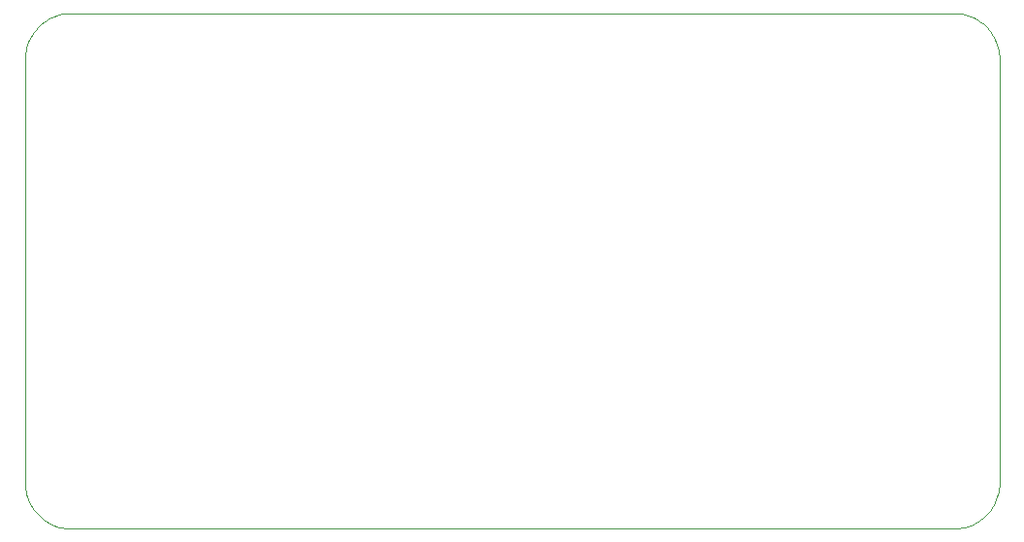
<source format=gm1>
G04*
G04 #@! TF.GenerationSoftware,Altium Limited,Altium Designer,19.1.7 (138)*
G04*
G04 Layer_Color=16711935*
%FSLAX25Y25*%
%MOIN*%
G70*
G01*
G75*
%ADD69C,0.00394*%
%ADD70C,0.00050*%
D69*
X531496Y330709D02*
X531465Y331698D01*
X531372Y332682D01*
X531217Y333660D01*
X531001Y334625D01*
X530725Y335575D01*
X530390Y336506D01*
X529997Y337414D01*
X529548Y338295D01*
X529044Y339147D01*
X528488Y339965D01*
X527882Y340747D01*
X527228Y341489D01*
X526528Y342189D01*
X525786Y342843D01*
X525004Y343449D01*
X524186Y344005D01*
X523335Y344509D01*
X522453Y344958D01*
X521545Y345351D01*
X520614Y345686D01*
X519664Y345962D01*
X518699Y346178D01*
X517722Y346333D01*
X516737Y346426D01*
X515748Y346457D01*
X212598D02*
X211610Y346426D01*
X210625Y346333D01*
X209647Y346178D01*
X208682Y345962D01*
X207732Y345686D01*
X206801Y345351D01*
X205893Y344958D01*
X205012Y344509D01*
X204160Y344005D01*
X203342Y343449D01*
X202560Y342843D01*
X201818Y342189D01*
X201119Y341489D01*
X200464Y340747D01*
X199858Y339965D01*
X199302Y339147D01*
X198798Y338295D01*
X198349Y337414D01*
X197956Y336506D01*
X197621Y335575D01*
X197345Y334625D01*
X197129Y333660D01*
X196975Y332682D01*
X196881Y331698D01*
X196850Y330709D01*
Y185039D02*
X196881Y184051D01*
X196975Y183066D01*
X197129Y182088D01*
X197345Y181123D01*
X197621Y180173D01*
X197956Y179242D01*
X198349Y178334D01*
X198798Y177453D01*
X199302Y176601D01*
X199858Y175783D01*
X200464Y175001D01*
X201119Y174259D01*
X201818Y173559D01*
X202560Y172905D01*
X203342Y172299D01*
X204160Y171743D01*
X205012Y171239D01*
X205893Y170790D01*
X206801Y170397D01*
X207732Y170062D01*
X208682Y169786D01*
X209648Y169570D01*
X210625Y169415D01*
X211610Y169322D01*
X212598Y169291D01*
X515748D02*
X516737Y169322D01*
X517722Y169415D01*
X518699Y169570D01*
X519664Y169786D01*
X520614Y170062D01*
X521545Y170397D01*
X522453Y170790D01*
X523335Y171239D01*
X524186Y171743D01*
X525004Y172299D01*
X525786Y172905D01*
X526528Y173559D01*
X527228Y174259D01*
X527882Y175001D01*
X528488Y175783D01*
X529044Y176601D01*
X529548Y177453D01*
X529997Y178334D01*
X530390Y179242D01*
X530725Y180173D01*
X531001Y181123D01*
X531217Y182088D01*
X531372Y183066D01*
X531465Y184051D01*
X531496Y185039D01*
Y330709D01*
X212598Y346457D02*
X515748D01*
X196850Y185039D02*
Y330709D01*
X212598Y169291D02*
X515748D01*
D70*
X196850Y185039D02*
X196881Y184051D01*
X196975Y183066D01*
X197129Y182088D01*
X197345Y181123D01*
X197621Y180173D01*
X197956Y179242D01*
X198349Y178334D01*
X198798Y177453D01*
X199302Y176601D01*
X199858Y175783D01*
X200464Y175001D01*
X201119Y174259D01*
X201818Y173559D01*
X202560Y172905D01*
X203342Y172299D01*
X204160Y171743D01*
X205012Y171239D01*
X205893Y170790D01*
X206801Y170397D01*
X207732Y170062D01*
X208682Y169786D01*
X209648Y169570D01*
X210625Y169415D01*
X211610Y169322D01*
X212598Y169291D01*
X515748D01*
M02*

</source>
